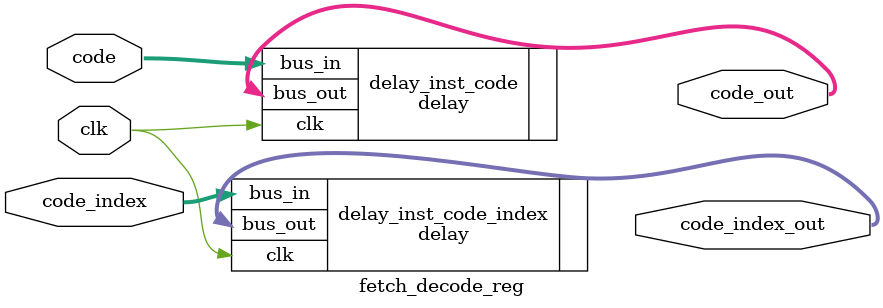
<source format=sv>
module fetch_decode_reg (
    code,
    code_index,
    code_out,
    code_index_out,
    clk
);

    parameter code_size = 12;

    input [code_size - 1:0] code;
    input [31:0] code_index;
    input clk;

    output [code_size - 1:0] code_out;
    output [31:0] code_index_out;

    delay #(.data_size(code_size), .size(1)) 
    delay_inst_code(.bus_in(code), .bus_out(code_out), .clk(clk));

    delay #(.data_size(32), .size(1)) 
    delay_inst_code_index(.bus_in(code_index), .bus_out(code_index_out), .clk(clk));

endmodule
</source>
